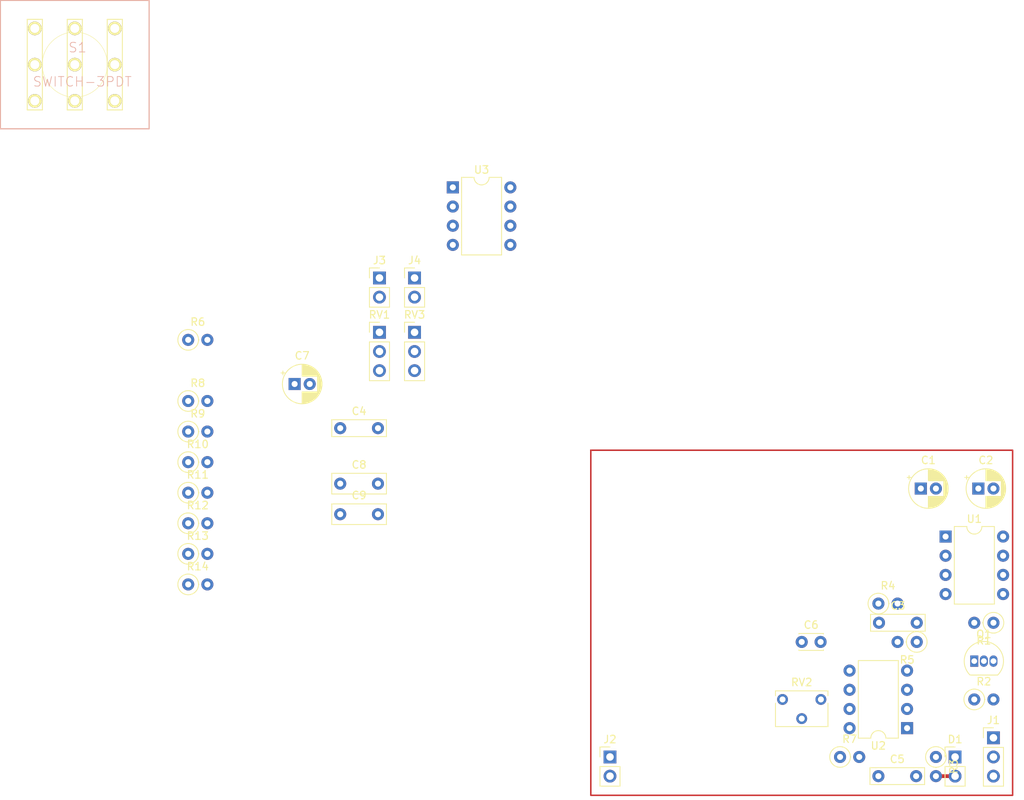
<source format=kicad_pcb>
(kicad_pcb (version 20221018) (generator pcbnew)
  (layers (0 "F.Cu" signal) (31 "B.Cu" signal) (34 "B.Paste" user) (35 "F.Paste" user) (36 "B.SilkS" user "B.Silkscreen") (37 "F.SilkS" user "F.Silkscreen") (38 "B.Mask" user) (39 "F.Mask" user) (44 "Edge.Cuts" user))
  (net 0 "")
  (net 1 "+BATT")
  (net 2 "Net-(Q1-B)")
  (net 3 "+9V")
  (net 4 "-9V")
  (net 5 "Net-(S1A-P)")
  (net 6 "/True Bypass")
  (net 7 "Net-(S1B-O)")
  (net 8 "Net-(J1-Pin_2)")
  (net 9 "Net-(D1-K)")
  (net 10 "GND")
  (net 11 "Net-(U1-CAP+)")
  (net 12 "Net-(U1-CAP-)")
  (net 13 "Net-(U2A-+)")
  (net 14 "Net-(U2A--)")
  (net 15 "/Dry")
  (net 16 "Net-(U2B--)")
  (net 17 "Net-(C5-Pad2)")
  (net 18 "Net-(J3-In)")
  (net 19 "Net-(C7-Pad1)")
  (net 20 "Net-(C8-Pad1)")
  (net 21 "Net-(C8-Pad2)")
  (net 22 "Net-(C9-Pad1)")
  (net 23 "Net-(D1-A)")
  (net 24 "Net-(J4-In)")
  (net 25 "Net-(R6-Pad1)")
  (net 26 "/Wet")
  (net 27 "Net-(U3B--)")
  (net 28 "Net-(R12-Pad1)")
  (net 29 "Net-(S1A-S)")
  (net 33 "Net-(J2-Pin_2)")
  (footprint "Resistor_THT:R_Axial_DIN0207_L6.3mm_D2.5mm_P2.54mm_Vertical" (layer "F.Cu") (at 48.26 89.93)
    (fp_text reference "R13" (at 1.27 -2.37) (layer "F.SilkS"))
    (fp_text value "4.7k")
    (pad "1" thru_hole circle (at 0 0) (size 1.6 1.6) (drill 0.8) (layers "*.Cu" "*.Mask") (net 22 "Net-(C9-Pad1)"))
    (pad "2" thru_hole oval (at 2.54 0) (size 1.6 1.6) (drill 0.8) (layers "*.Cu" "*.Mask") (net 28 "Net-(R12-Pad1)"))
  )
  (footprint "Capacitor_THT:C_Rect_L7.0mm_W2.5mm_P5.00mm" (layer "F.Cu") (at 68.4 84.68)
    (fp_text reference "C9" (at 2.5 -2.5) (layer "F.SilkS"))
    (fp_text value "10n")
    (pad "1" thru_hole circle (at 0 0) (size 1.6 1.6) (drill 0.8) (layers "*.Cu" "*.Mask") (net 22 "Net-(C9-Pad1)"))
    (pad "2" thru_hole circle (at 5 0) (size 1.6 1.6) (drill 0.8) (layers "*.Cu" "*.Mask") (net 10 "GND"))
  )
  (footprint "Connector_PinHeader_2.54mm:PinHeader_1x03_P2.54mm_Vertical" (layer "F.Cu") (at 78.25 60.58)
    (fp_text reference "RV3" (at 0 -2.33) (layer "F.SilkS"))
    (fp_text value "50k")
    (pad "1" thru_hole rect (at 0 0) (size 1.7 1.7) (drill 1) (layers "*.Cu" "*.Mask") (net 21 "Net-(C8-Pad2)"))
    (pad "2" thru_hole oval (at 0 2.54) (size 1.7 1.7) (drill 1) (layers "*.Cu" "*.Mask") (net 28 "Net-(R12-Pad1)"))
    (pad "3" thru_hole oval (at 0 5.08) (size 1.7 1.7) (drill 1) (layers "*.Cu" "*.Mask") (net 10 "GND"))
  )
  (footprint "Resistor_THT:R_Axial_DIN0207_L6.3mm_D2.5mm_P2.54mm_Vertical" (layer "F.Cu") (at 48.26 73.73)
    (fp_text reference "R9" (at 1.27 -2.37) (layer "F.SilkS"))
    (fp_text value "33k")
    (pad "1" thru_hole circle (at 0 0) (size 1.6 1.6) (drill 0.8) (layers "*.Cu" "*.Mask") (net 26 "/Wet"))
    (pad "2" thru_hole oval (at 2.54 0) (size 1.6 1.6) (drill 0.8) (layers "*.Cu" "*.Mask") (net 19 "Net-(C7-Pad1)"))
  )
  (footprint "Resistor_THT:R_Axial_DIN0207_L6.3mm_D2.5mm_P2.54mm_Vertical" (layer "F.Cu") (at 154.94 99.06 180)
    (fp_text reference "R1" (at 1.27 -2.37) (layer "F.SilkS"))
    (fp_text value "1k")
    (pad "1" thru_hole circle (at 0 0 180) (size 1.6 1.6) (drill 0.8) (layers "*.Cu" "*.Mask") (net 2 "Net-(Q1-B)"))
    (pad "2" thru_hole oval (at 2.54 0 180) (size 1.6 1.6) (drill 0.8) (layers "*.Cu" "*.Mask") (net 1 "+BATT"))
  )
  (footprint "Capacitor_THT:C_Disc_D3.0mm_W2.0mm_P2.50mm" (layer "F.Cu") (at 129.54 101.6)
    (fp_text reference "C6" (at 1.25 -2.25) (layer "F.SilkS"))
    (fp_text value "25p")
    (pad "1" thru_hole circle (at 0 0) (size 1.6 1.6) (drill 0.8) (layers "*.Cu" "*.Mask") (net 16 "Net-(U2B--)"))
    (pad "2" thru_hole circle (at 2.5 0) (size 1.6 1.6) (drill 0.8) (layers "*.Cu" "*.Mask") (net 18 "Net-(J3-In)"))
  )
  (footprint "Capacitor_THT:C_Rect_L7.0mm_W2.0mm_P5.00mm" (layer "F.Cu") (at 68.4 73.28)
    (fp_text reference "C4" (at 2.5 -2.25) (layer "F.SilkS"))
    (fp_text value "470n")
    (pad "1" thru_hole circle (at 0 0) (size 1.6 1.6) (drill 0.8) (layers "*.Cu" "*.Mask") (net 14 "Net-(U2A--)"))
    (pad "2" thru_hole circle (at 5 0) (size 1.6 1.6) (drill 0.8) (layers "*.Cu" "*.Mask") (net 15 "/Dry"))
  )
  (footprint "Connector_PinHeader_2.54mm:PinHeader_1x03_P2.54mm_Vertical" (layer "F.Cu") (at 73.6 60.58)
    (fp_text reference "RV1" (at 0 -2.33) (layer "F.SilkS"))
    (fp_text value "50k")
    (pad "1" thru_hole rect (at 0 0) (size 1.7 1.7) (drill 1) (layers "*.Cu" "*.Mask") (net 15 "/Dry"))
    (pad "2" thru_hole oval (at 0 2.54) (size 1.7 1.7) (drill 1) (layers "*.Cu" "*.Mask") (net 25 "Net-(R6-Pad1)"))
    (pad "3" thru_hole oval (at 0 5.08) (size 1.7 1.7) (drill 1) (layers "*.Cu" "*.Mask") (net 10 "GND"))
  )
  (footprint "SparkFun-Electromechanical:STOMP-SWITCH-3PDT" (layer "F.Cu") (at 33.23844 25.11806)
    (fp_text reference "S1" (at 0.36322 -2.26822) (layer "B.SilkS") (effects (font (size 1.27 1.27) (thickness 0.1016))))
    (fp_text value "SWITCH-3PDT" (at 0.99822 2.26822) (layer "B.SilkS") (effects (font (size 1.27 1.27) (thickness 0.1016))))
    (pad "P$1" thru_hole circle (at -5.29844 -4.79806) (size 1.79832 1.79832) (drill 1.19888) (layers "F&B.Cu" "F.Paste" "F.SilkS" "F.Mask") (net 6 "/True Bypass"))
    (pad "P$2" thru_hole circle (at -5.29844 0) (size 1.79832 1.79832) (drill 1.19888) (layers "F&B.Cu" "F.Paste" "F.SilkS" "F.Mask") (net 5 "Net-(S1A-P)"))
    (pad "P$3" thru_hole circle (at -5.29844 4.79806) (size 1.79832 1.79832) (drill 1.19888) (layers "F&B.Cu" "F.Paste" "F.SilkS" "F.Mask") (net 29 "Net-(S1A-S)"))
    (pad "P$4" thru_hole circle (at 0 -4.79806) (size 1.79832 1.79832) (drill 1.19888) (layers "F&B.Cu" "F.Paste" "F.SilkS" "F.Mask") (net 7 "Net-(S1B-O)"))
    (pad "P$5" thru_hole circle (at 0 0) (size 1.79832 1.79832) (drill 1.19888) (layers "F&B.Cu" "F.Paste" "F.SilkS" "F.Mask") (net 33 "Net-(J2-Pin_2)"))
    (pad "P$6" thru_hole circle (at 0 4.79806) (size 1.79832 1.79832) (drill 1.19888) (layers "F&B.Cu" "F.Paste" "F.SilkS" "F.Mask") (net 6 "/True Bypass"))
    (pad "P$7" thru_hole circle (at 5.29844 -4.79806) (size 1.79832 1.79832) (drill 1.19888) (layers "F&B.Cu" "F.Paste" "F.SilkS" "F.Mask") (net 9 "Net-(D1-K)"))
    (pad "P$8" thru_hole circle (at 5.29844 0) (size 1.79832 1.79832) (drill 1.19888) (layers "F&B.Cu" "F.Paste" "F.SilkS" "F.Mask") (net 10 "GND"))
    (pad "P$9" thru_hole circle (at 5.29844 4.79806) (size 1.79832 1.79832) (drill 1.19888) (layers "F&B.Cu" "F.Paste" "F.SilkS" "F.Mask") (net 29 "Net-(S1A-S)"))
  )
  (footprint "Resistor_THT:R_Axial_DIN0207_L6.3mm_D2.5mm_P2.54mm_Vertical" (layer "F.Cu") (at 48.26 77.78)
    (fp_text reference "R10" (at 1.27 -2.37) (layer "F.SilkS"))
    (fp_text value "47k")
    (pad "1" thru_hole circle (at 0 0) (size 1.6 1.6) (drill 0.8) (layers "*.Cu" "*.Mask") (net 24 "Net-(J4-In)"))
    (pad "2" thru_hole oval (at 2.54 0) (size 1.6 1.6) (drill 0.8) (layers "*.Cu" "*.Mask") (net 27 "Net-(U3B--)"))
  )
  (footprint "Package_DIP:DIP-8_W7.62mm" (layer "F.Cu") (at 83.32 41.38)
    (fp_text reference "U3" (at 3.81 -2.33) (layer "F.SilkS"))
    (fp_text value "TL072")
    (pad "1" thru_hole rect (at 0 0) (size 1.6 1.6) (drill 0.8) (layers "*.Cu" "*.Mask") (net 19 "Net-(C7-Pad1)"))
    (pad "2" thru_hole oval (at 0 2.54) (size 1.6 1.6) (drill 0.8) (layers "*.Cu" "*.Mask") (net 26 "/Wet"))
    (pad "3" thru_hole oval (at 0 5.08) (size 1.6 1.6) (drill 0.8) (layers "*.Cu" "*.Mask") (net 10 "GND"))
    (pad "4" thru_hole oval (at 0 7.62) (size 1.6 1.6) (drill 0.8) (layers "*.Cu" "*.Mask") (net 4 "-9V"))
    (pad "5" thru_hole oval (at 7.62 7.62) (size 1.6 1.6) (drill 0.8) (layers "*.Cu" "*.Mask") (net 10 "GND"))
    (pad "6" thru_hole oval (at 7.62 5.08) (size 1.6 1.6) (drill 0.8) (layers "*.Cu" "*.Mask") (net 27 "Net-(U3B--)"))
    (pad "7" thru_hole oval (at 7.62 2.54) (size 1.6 1.6) (drill 0.8) (layers "*.Cu" "*.Mask") (net 20 "Net-(C8-Pad1)"))
    (pad "8" thru_hole oval (at 7.62 0) (size 1.6 1.6) (drill 0.8) (layers "*.Cu" "*.Mask") (net 3 "+9V"))
  )
  (footprint "Resistor_THT:R_Axial_DIN0207_L6.3mm_D2.5mm_P2.54mm_Vertical" (layer "F.Cu") (at 134.62 116.84)
    (fp_text reference "R7" (at 1.27 -2.37) (layer "F.SilkS"))
    (fp_text value "22k")
    (pad "1" thru_hole circle (at 0 0) (size 1.6 1.6) (drill 0.8) (layers "*.Cu" "*.Mask") (net 17 "Net-(C5-Pad2)"))
    (pad "2" thru_hole oval (at 2.54 0) (size 1.6 1.6) (drill 0.8) (layers "*.Cu" "*.Mask") (net 14 "Net-(U2A--)"))
  )
  (footprint "Package_DIP:DIP-8_W7.62mm" (layer "F.Cu") (at 148.6 87.64)
    (fp_text reference "U1" (at 3.81 -2.33) (layer "F.SilkS"))
    (fp_text value "MAX1044")
    (pad "1" thru_hole rect (at 0 0) (size 1.6 1.6) (drill 0.8) (layers "*.Cu" "*.Mask"))
    (pad "2" thru_hole oval (at 0 2.54) (size 1.6 1.6) (drill 0.8) (layers "*.Cu" "*.Mask") (net 11 "Net-(U1-CAP+)"))
    (pad "3" thru_hole oval (at 0 5.08) (size 1.6 1.6) (drill 0.8) (layers "*.Cu" "*.Mask") (net 10 "GND"))
    (pad "4" thru_hole oval (at 0 7.62) (size 1.6 1.6) (drill 0.8) (layers "*.Cu" "*.Mask") (net 12 "Net-(U1-CAP-)"))
    (pad "5" thru_hole oval (at 7.62 7.62) (size 1.6 1.6) (drill 0.8) (layers "*.Cu" "*.Mask") (net 4 "-9V"))
    (pad "6" thru_hole oval (at 7.62 5.08) (size 1.6 1.6) (drill 0.8) (layers "*.Cu" "*.Mask"))
    (pad "7" thru_hole oval (at 7.62 2.54) (size 1.6 1.6) (drill 0.8) (layers "*.Cu" "*.Mask"))
    (pad "8" thru_hole oval (at 7.62 0) (size 1.6 1.6) (drill 0.8) (layers "*.Cu" "*.Mask") (net 3 "+9V"))
  )
  (footprint "Resistor_THT:R_Axial_DIN0207_L6.3mm_D2.5mm_P2.54mm_Vertical" (layer "F.Cu") (at 48.26 69.68)
    (fp_text reference "R8" (at 1.27 -2.37) (layer "F.SilkS"))
    (fp_text value "10k")
    (pad "1" thru_hole circle (at 0 0) (size 1.6 1.6) (drill 0.8) (layers "*.Cu" "*.Mask") (net 7 "Net-(S1B-O)"))
    (pad "2" thru_hole oval (at 2.54 0) (size 1.6 1.6) (drill 0.8) (layers "*.Cu" "*.Mask") (net 10 "GND"))
  )
  (footprint "Capacitor_THT:C_Rect_L7.0mm_W2.0mm_P5.00mm" (layer "F.Cu") (at 139.78 99.06)
    (fp_text reference "C3" (at 2.5 -2.25) (layer "F.SilkS"))
    (fp_text value "470n")
    (pad "1" thru_hole circle (at 0 0) (size 1.6 1.6) (drill 0.8) (layers "*.Cu" "*.Mask") (net 5 "Net-(S1A-P)"))
    (pad "2" thru_hole circle (at 5 0) (size 1.6 1.6) (drill 0.8) (layers "*.Cu" "*.Mask") (net 13 "Net-(U2A-+)"))
  )
  (footprint "Connector_PinHeader_2.54mm:PinHeader_1x03_P2.54mm_Vertical" (layer "F.Cu") (at 154.94 114.3)
    (fp_text reference "J1" (at 0 -2.33) (layer "F.SilkS"))
    (fp_text value "Input Jack")
    (pad "1" thru_hole rect (at 0 0) (size 1.7 1.7) (drill 1) (layers "*.Cu" "*.Mask") (net 10 "GND"))
    (pad "2" thru_hole oval (at 0 2.54) (size 1.7 1.7) (drill 1) (layers "*.Cu" "*.Mask") (net 8 "Net-(J1-Pin_2)"))
    (pad "3" thru_hole oval (at 0 5.08) (size 1.7 1.7) (drill 1) (layers "*.Cu" "*.Mask") (net 6 "/True Bypass"))
  )
  (footprint "Connector_PinHeader_2.54mm:PinHeader_1x02_P2.54mm_Vertical" (layer "F.Cu") (at 73.6 53.38)
    (fp_text reference "J3" (at 0 -2.33) (layer "F.SilkS"))
    (fp_text value "To Reverb Tank")
    (pad "1" thru_hole rect (at 0 0) (size 1.7 1.7) (drill 1) (layers "*.Cu" "*.Mask") (net 18 "Net-(J3-In)"))
    (pad "2" thru_hole oval (at 0 2.54) (size 1.7 1.7) (drill 1) (layers "*.Cu" "*.Mask") (net 10 "GND"))
  )
  (footprint "Resistor_THT:R_Axial_DIN0207_L6.3mm_D2.5mm_P2.54mm_Vertical" (layer "F.Cu") (at 139.7 96.52)
    (fp_text reference "R4" (at 1.27 -2.37) (layer "F.SilkS"))
    (fp_text value "2.2M")
    (pad "1" thru_hole circle (at 0 0) (size 1.6 1.6) (drill 0.8) (layers "*.Cu" "*.Mask") (net 5 "Net-(S1A-P)"))
    (pad "2" thru_hole oval (at 2.54 0) (size 1.6 1.6) (drill 0.8) (layers "*.Cu" "*.Mask") (net 10 "GND"))
  )
  (footprint "Resistor_THT:R_Axial_DIN0207_L6.3mm_D2.5mm_P2.54mm_Vertical" (layer "F.Cu") (at 48.26 85.88)
    (fp_text reference "R12" (at 1.27 -2.37) (layer "F.SilkS"))
    (fp_text value "15k")
    (pad "1" thru_hole circle (at 0 0) (size 1.6 1.6) (drill 0.8) (layers "*.Cu" "*.Mask") (net 28 "Net-(R12-Pad1)"))
    (pad "2" thru_hole oval (at 2.54 0) (size 1.6 1.6) (drill 0.8) (layers "*.Cu" "*.Mask") (net 10 "GND"))
  )
  (footprint "Package_DIP:DIP-8_W7.62mm" (layer "F.Cu") (at 143.5 113.02 180)
    (fp_text reference "U2" (at 3.81 -2.33) (layer "F.SilkS"))
    (fp_text value "TL072")
    (pad "1" thru_hole rect (at 0 0 180) (size 1.6 1.6) (drill 0.8) (layers "*.Cu" "*.Mask") (net 14 "Net-(U2A--)"))
    (pad "2" thru_hole oval (at 0 2.54 180) (size 1.6 1.6) (drill 0.8) (layers "*.Cu" "*.Mask") (net 14 "Net-(U2A--)"))
    (pad "3" thru_hole oval (at 0 5.08 180) (size 1.6 1.6) (drill 0.8) (layers "*.Cu" "*.Mask") (net 13 "Net-(U2A-+)"))
    (pad "4" thru_hole oval (at 0 7.62 180) (size 1.6 1.6) (drill 0.8) (layers "*.Cu" "*.Mask") (net 4 "-9V"))
    (pad "5" thru_hole oval (at 7.62 7.62 180) (size 1.6 1.6) (drill 0.8) (layers "*.Cu" "*.Mask") (net 10 "GND"))
    (pad "6" thru_hole oval (at 7.62 5.08 180) (size 1.6 1.6) (drill 0.8) (layers "*.Cu" "*.Mask") (net 16 "Net-(U2B--)"))
    (pad "7" thru_hole oval (at 7.62 2.54 180) (size 1.6 1.6) (drill 0.8) (layers "*.Cu" "*.Mask") (net 18 "Net-(J3-In)"))
    (pad "8" thru_hole oval (at 7.62 0 180) (size 1.6 1.6) (drill 0.8) (layers "*.Cu" "*.Mask") (net 3 "+9V"))
  )
  (footprint "Resistor_THT:R_Axial_DIN0207_L6.3mm_D2.5mm_P2.54mm_Vertical" (layer "F.Cu") (at 48.26 81.83)
    (fp_text reference "R11" (at 1.27 -2.37) (layer "F.SilkS"))
    (fp_text value "2.2M")
    (pad "1" thru_hole circle (at 0 0) (size 1.6 1.6) (drill 0.8) (layers "*.Cu" "*.Mask") (net 27 "Net-(U3B--)"))
    (pad "2" thru_hole oval (at 2.54 0) (size 1.6 1.6) (drill 0.8) (layers "*.Cu" "*.Mask") (net 20 "Net-(C8-Pad1)"))
  )
  (footprint "Capacitor_THT:C_Rect_L7.0mm_W2.0mm_P5.00mm" (layer "F.Cu") (at 139.7 119.38)
    (fp_text reference "C5" (at 2.5 -2.25) (layer "F.SilkS"))
    (fp_text value "100n")
    (pad "1" thru_hole circle (at 0 0) (size 1.6 1.6) (drill 0.8) (layers "*.Cu" "*.Mask") (net 16 "Net-(U2B--)"))
    (pad "2" thru_hole circle (at 5 0) (size 1.6 1.6) (drill 0.8) (layers "*.Cu" "*.Mask") (net 17 "Net-(C5-Pad2)"))
  )
  (footprint "Potentiometer_THT:Potentiometer_Bourns_3266W_Vertical" (layer "F.Cu") (at 132.08 109.22)
    (fp_text reference "RV2" (at -2.54 -2.27) (layer "F.SilkS"))
    (fp_text value "500k")
    (pad "1" thru_hole circle (at 0 0) (size 1.44 1.44) (drill 0.8) (layers "*.Cu" "*.Mask") (net 18 "Net-(J3-In)"))
    (pad "2" thru_hole circle (at -2.54 2.54) (size 1.44 1.44) (drill 0.8) (layers "*.Cu" "*.Mask") (net 18 "Net-(J3-In)"))
    (pad "3" thru_hole circle (at -5.08 0) (size 1.44 1.44) (drill 0.8) (layers "*.Cu" "*.Mask") (net 16 "Net-(U2B--)"))
  )
  (footprint "Resistor_THT:R_Axial_DIN0207_L6.3mm_D2.5mm_P2.54mm_Vertical" (layer "F.Cu") (at 48.26 61.58)
    (fp_text reference "R6" (at 1.27 -2.37) (layer "F.SilkS"))
    (fp_text value "10k")
    (pad "1" thru_hole circle (at 0 0) (size 1.6 1.6) (drill 0.8) (layers "*.Cu" "*.Mask") (net 25 "Net-(R6-Pad1)"))
    (pad "2" thru_hole oval (at 2.54 0) (size 1.6 1.6) (drill 0.8) (layers "*.Cu" "*.Mask") (net 26 "/Wet"))
  )
  (footprint "Capacitor_THT:CP_Radial_D5.0mm_P2.00mm" (layer "F.Cu") (at 62.359775 67.43)
    (fp_text reference "C7" (at 1 -3.75) (layer "F.SilkS"))
    (fp_text value "1µ")
    (pad "1" thru_hole rect (at 0 0) (size 1.6 1.6) (drill 0.8) (layers "*.Cu" "*.Mask") (net 19 "Net-(C7-Pad1)"))
    (pad "2" thru_hole circle (at 2 0) (size 1.6 1.6) (drill 0.8) (layers "*.Cu" "*.Mask") (net 7 "Net-(S1B-O)"))
  )
  (footprint "Package_TO_SOT_THT:TO-92_Inline" (layer "F.Cu") (at 152.4 104.14)
    (fp_text reference "Q1" (at 1.27 -3.56) (layer "F.SilkS"))
    (fp_text value "2N3905")
    (pad "1" thru_hole rect (at 0 0) (size 1.05 1.5) (drill 0.75) (layers "*.Cu" "*.Mask") (net 1 "+BATT"))
    (pad "2" thru_hole oval (at 1.27 0) (size 1.05 1.5) (drill 0.75) (layers "*.Cu" "*.Mask") (net 2 "Net-(Q1-B)"))
    (pad "3" thru_hole oval (at 2.54 0) (size 1.05 1.5) (drill 0.75) (layers "*.Cu" "*.Mask") (net 3 "+9V"))
  )
  (footprint "Resistor_THT:R_Axial_DIN0207_L6.3mm_D2.5mm_P2.54mm_Vertical" (layer "F.Cu") (at 152.4 109.22)
    (fp_text reference "R2" (at 1.27 -2.37) (layer "F.SilkS"))
    (fp_text value "6.8k")
    (pad "1" thru_hole circle (at 0 0) (size 1.6 1.6) (drill 0.8) (layers "*.Cu" "*.Mask") (net 2 "Net-(Q1-B)"))
    (pad "2" thru_hole oval (at 2.54 0) (size 1.6 1.6) (drill 0.8) (layers "*.Cu" "*.Mask") (net 8 "Net-(J1-Pin_2)"))
  )
  (footprint "Resistor_THT:R_Axial_DIN0207_L6.3mm_D2.5mm_P2.54mm_Vertical" (layer "F.Cu") (at 144.78 101.6 180)
    (fp_text reference "R5" (at 1.27 -2.37) (layer "F.SilkS"))
    (fp_text value "2.2M")
    (pad "1" thru_hole circle (at 0 0 180) (size 1.6 1.6) (drill 0.8) (layers "*.Cu" "*.Mask") (net 13 "Net-(U2A-+)"))
    (pad "2" thru_hole oval (at 2.54 0 180) (size 1.6 1.6) (drill 0.8) (layers "*.Cu" "*.Mask") (net 10 "GND"))
  )
  (footprint "Resistor_THT:R_Axial_DIN0207_L6.3mm_D2.5mm_P2.54mm_Vertical" (layer "F.Cu") (at 147.32 116.84 -90)
    (fp_text reference "R3" (at 1.27 -2.37 90) (layer "F.SilkS"))
    (fp_text value "1k")
    (pad "1" thru_hole circle (at 0 0 270) (size 1.6 1.6) (drill 0.8) (layers "*.Cu" "*.Mask") (net 3 "+9V"))
    (pad "2" thru_hole oval (at 2.54 0 270) (size 1.6 1.6) (drill 0.8) (layers "*.Cu" "*.Mask") (net 23 "Net-(D1-A)"))
  )
  (footprint "Connector_PinHeader_2.54mm:PinHeader_1x02_P2.54mm_Vertical" (layer "F.Cu") (at 149.86 116.84)
    (fp_text reference "D1" (at 0 -2.33) (layer "F.SilkS"))
    (fp_text value "LED")
    (pad "1" thru_hole rect (at 0 0) (size 1.7 1.7) (drill 1) (layers "*.Cu" "*.Mask") (net 9 "Net-(D1-K)"))
    (pad "2" thru_hole oval (at 0 2.54) (size 1.7 1.7) (drill 1) (layers "*.Cu" "*.Mask") (net 23 "Net-(D1-A)"))
  )
  (footprint "Capacitor_THT:CP_Radial_D5.0mm_P2.00mm" (layer "F.Cu") (at 145.32 81.28)
    (fp_text reference "C1" (at 1 -3.75) (layer "F.SilkS"))
    (fp_text value "10µ")
    (pad "1" thru_hole rect (at 0 0) (size 1.6 1.6) (drill 0.8) (layers "*.Cu" "*.Mask") (net 10 "GND"))
    (pad "2" thru_hole circle (at 2 0) (size 1.6 1.6) (drill 0.8) (layers "*.Cu" "*.Mask") (net 4 "-9V"))
  )
  (footprint "Capacitor_THT:CP_Radial_D5.0mm_P2.00mm" (layer "F.Cu") (at 152.94 81.28)
    (fp_text reference "C2" (at 1 -3.75) (layer "F.SilkS"))
    (fp_text value "10µ")
    (pad "1" thru_hole rect (at 0 0) (size 1.6 1.6) (drill 0.8) (layers "*.Cu" "*.Mask") (net 11 "Net-(U1-CAP+)"))
    (pad "2" thru_hole circle (at 2 0) (size 1.6 1.6) (drill 0.8) (layers "*.Cu" "*.Mask") (net 12 "Net-(U1-CAP-)"))
  )
  (footprint "Capacitor_THT:C_Rect_L7.0mm_W2.5mm_P5.00mm" (layer "F.Cu") (at 68.4 80.63)
    (fp_text reference "C8" (at 2.5 -2.5) (layer "F.SilkS"))
    (fp_text value "470n")
    (pad "1" thru_hole circle (at 0 0) (size 1.6 1.6) (drill 0.8) (layers "*.Cu" "*.Mask") (net 20 "Net-(C8-Pad1)"))
    (pad "2" thru_hole circle (at 5 0) (size 1.6 1.6) (drill 0.8) (layers "*.Cu" "*.Mask") (net 21 "Net-(C8-Pad2)"))
  )
  (footprint "Connector_PinHeader_2.54mm:PinHeader_1x02_P2.54mm_Vertical" (layer "F.Cu") (at 104.14 116.84)
    (fp_text reference "J2" (at 0 -2.33) (layer "F.SilkS"))
    (fp_text value "Output Jack")
    (pad "1" thru_hole rect (at 0 0) (size 1.7 1.7) (drill 1) (layers "*.Cu" "*.Mask") (net 10 "GND"))
    (pad "2" thru_hole oval (at 0 2.54) (size 1.7 1.7) (drill 1) (layers "*.Cu" "*.Mask") (net 33 "Net-(J2-Pin_2)"))
  )
  (footprint "Connector_PinHeader_2.54mm:PinHeader_1x02_P2.54mm_Vertical" (layer "F.Cu") (at 78.25 53.38)
    (fp_text reference "J4" (at 0 -2.33) (layer "F.SilkS"))
    (fp_text value "From Reverb Tank")
    (pad "1" thru_hole rect (at 0 0) (size 1.7 1.7) (drill 1) (layers "*.Cu" "*.Mask") (net 24 "Net-(J4-In)"))
    (pad "2" thru_hole oval (at 0 2.54) (size 1.7 1.7) (drill 1) (layers "*.Cu" "*.Mask") (net 10 "GND"))
  )
  (footprint "Resistor_THT:R_Axial_DIN0207_L6.3mm_D2.5mm_P2.54mm_Vertical" (layer "F.Cu") (at 48.26 93.98)
    (fp_text reference "R14" (at 1.27 -2.37) (layer "F.SilkS"))
    (fp_text value "4.7k")
    (pad "1" thru_hole circle (at 0 0) (size 1.6 1.6) (drill 0.8) (layers "*.Cu" "*.Mask") (net 26 "/Wet"))
    (pad "2" thru_hole oval (at 2.54 0) (size 1.6 1.6) (drill 0.8) (layers "*.Cu" "*.Mask") (net 22 "Net-(C9-Pad1)"))
  )
  (gr_rect (start 101.6 76.2) (end 157.48 121.92) (stroke (width 0.2)) (fill none) (layer "F.Cu"))
  (segment (start 147.32 119.38) (end 149.86 119.38) (width 0.5) (layer "F.Cu") (net 23))
)
</source>
